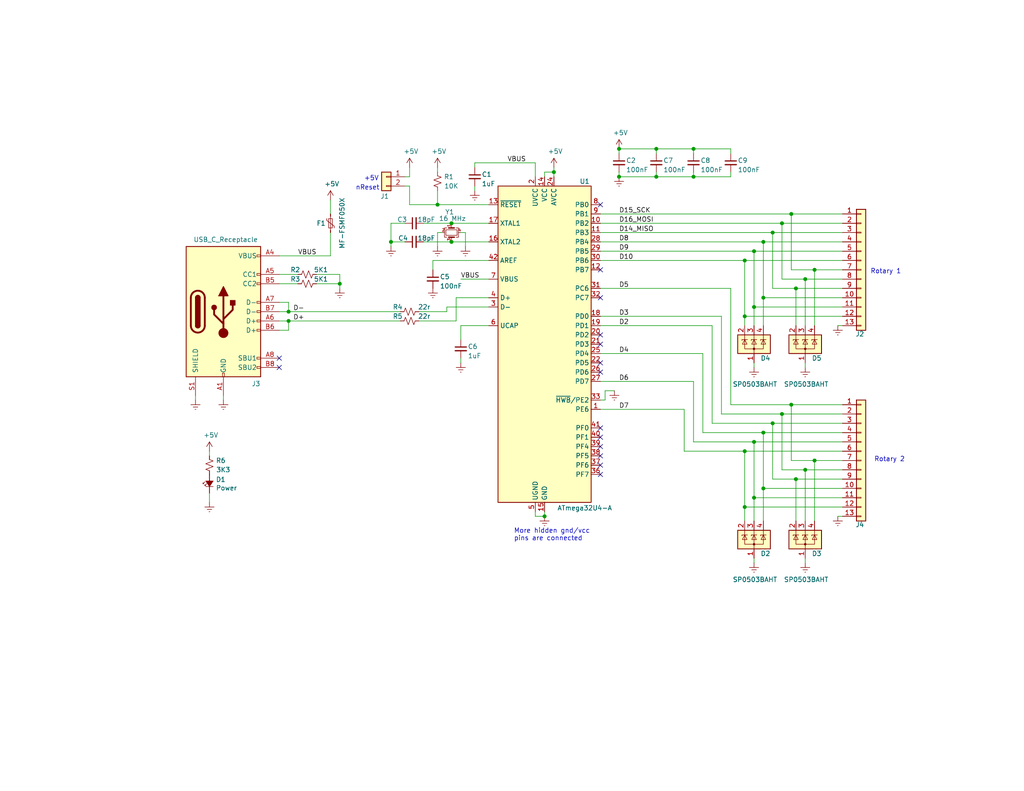
<source format=kicad_sch>
(kicad_sch (version 20231120) (generator "eeschema") (generator_version "8.0")
  (paper "A")
  (title_block (title "LS30 Rotary Joystick USB Interface") (date "2024-12-09") (rev "1") (company "Gadget Reboot") (comment 1 "https://www.youtube.com/gadgetreboot") (comment 2 "https://github.com/GadgetReboot/Rotary_USB"))
  (lib_symbols
    (symbol "Connector_Generic:Conn_01x02" (pin_names (offset 1.016) hide)
      (property "Reference" "J" (at 0 2.54 0))
      (property "Value" "Conn_01x02" (at 0 -5.08 0))
      (symbol "Conn_01x02_1_1"
        (rectangle (start -1.27 -2.413) (end 0 -2.667) (stroke (width 0.1524)))
        (rectangle (start -1.27 0.127) (end 0 -0.127) (stroke (width 0.1524)))
        (rectangle (start -1.27 1.27) (end 1.27 -3.81) (stroke (width 0.254)) (fill (type background)))
        (pin passive line (at -5.08 0 0) (length 3.81) (name "Pin_1") (number "1"))
        (pin passive line (at -5.08 -2.54 0) (length 3.81) (name "Pin_2") (number "2"))
      )
    )
    (symbol "Connector_Generic:Conn_01x13" (pin_names (offset 1.016) hide)
      (property "Reference" "J" (at 0 17.78 0))
      (property "Value" "Conn_01x13" (at 0 -17.78 0))
      (symbol "Conn_01x13_1_1"
        (rectangle (start -1.27 -15.113) (end 0 -15.367) (stroke (width 0.1524)))
        (rectangle (start -1.27 -12.573) (end 0 -12.827) (stroke (width 0.1524)))
        (rectangle (start -1.27 -10.033) (end 0 -10.287) (stroke (width 0.1524)))
        (rectangle (start -1.27 -7.493) (end 0 -7.747) (stroke (width 0.1524)))
        (rectangle (start -1.27 -4.953) (end 0 -5.207) (stroke (width 0.1524)))
        (rectangle (start -1.27 -2.413) (end 0 -2.667) (stroke (width 0.1524)))
        (rectangle (start -1.27 0.127) (end 0 -0.127) (stroke (width 0.1524)))
        (rectangle (start -1.27 2.667) (end 0 2.413) (stroke (width 0.1524)))
        (rectangle (start -1.27 5.207) (end 0 4.953) (stroke (width 0.1524)))
        (rectangle (start -1.27 7.747) (end 0 7.493) (stroke (width 0.1524)))
        (rectangle (start -1.27 10.287) (end 0 10.033) (stroke (width 0.1524)))
        (rectangle (start -1.27 12.827) (end 0 12.573) (stroke (width 0.1524)))
        (rectangle (start -1.27 15.367) (end 0 15.113) (stroke (width 0.1524)))
        (rectangle (start -1.27 16.51) (end 1.27 -16.51) (stroke (width 0.254)) (fill (type background)))
        (pin passive line (at -5.08 15.24 0) (length 3.81) (name "Pin_1") (number "1"))
        (pin passive line (at -5.08 -7.62 0) (length 3.81) (name "Pin_10") (number "10"))
        (pin passive line (at -5.08 -10.16 0) (length 3.81) (name "Pin_11") (number "11"))
        (pin passive line (at -5.08 -12.7 0) (length 3.81) (name "Pin_12") (number "12"))
        (pin passive line (at -5.08 -15.24 0) (length 3.81) (name "Pin_13") (number "13"))
        (pin passive line (at -5.08 12.7 0) (length 3.81) (name "Pin_2") (number "2"))
        (pin passive line (at -5.08 10.16 0) (length 3.81) (name "Pin_3") (number "3"))
        (pin passive line (at -5.08 7.62 0) (length 3.81) (name "Pin_4") (number "4"))
        (pin passive line (at -5.08 5.08 0) (length 3.81) (name "Pin_5") (number "5"))
        (pin passive line (at -5.08 2.54 0) (length 3.81) (name "Pin_6") (number "6"))
        (pin passive line (at -5.08 0 0) (length 3.81) (name "Pin_7") (number "7"))
        (pin passive line (at -5.08 -2.54 0) (length 3.81) (name "Pin_8") (number "8"))
        (pin passive line (at -5.08 -5.08 0) (length 3.81) (name "Pin_9") (number "9"))
      )
    )
    (symbol "Device:C_Small" (pin_numbers hide) (pin_names (offset 0.254) hide)
      (property "Reference" "C" (at 0.254 1.778 0))
      (property "Value" "C_Small" (at 0.254 -2.032 0))
      (symbol "C_Small_0_1"
        (polyline (pts (xy -1.524 -0.508) (xy 1.524 -0.508)) (stroke (width 0.3302)))
        (polyline (pts (xy -1.524 0.508) (xy 1.524 0.508)) (stroke (width 0.3048)))
      )
      (symbol "C_Small_1_1"
        (pin passive line (at 0 2.54 270) (length 2.032) (name "~") (number "1"))
        (pin passive line (at 0 -2.54 90) (length 2.032) (name "~") (number "2"))
      )
    )
    (symbol "Device:Crystal_GND24_Small" (pin_names (offset 1.016) hide)
      (property "Reference" "Y" (at 1.27 4.445 0))
      (property "Value" "Crystal_GND24_Small" (at 1.27 2.54 0))
      (symbol "Crystal_GND24_Small_0_1"
        (rectangle (start -0.762 -1.524) (end 0.762 1.524))
        (polyline (pts (xy -1.27 -0.762) (xy -1.27 0.762)) (stroke (width 0.381)))
        (polyline (pts (xy 1.27 -0.762) (xy 1.27 0.762)) (stroke (width 0.381)))
        (polyline (pts (xy -1.27 -1.27) (xy -1.27 -1.905) (xy 1.27 -1.905) (xy 1.27 -1.27)))
        (polyline (pts (xy -1.27 1.27) (xy -1.27 1.905) (xy 1.27 1.905) (xy 1.27 1.27)))
      )
      (symbol "Crystal_GND24_Small_1_1"
        (pin passive line (at -2.54 0 0) (length 1.27) (name "1") (number "1"))
        (pin passive line (at 0 -2.54 90) (length 0.635) (name "2") (number "2"))
        (pin passive line (at 2.54 0 180) (length 1.27) (name "3") (number "3"))
        (pin passive line (at 0 2.54 270) (length 0.635) (name "4") (number "4"))
      )
    )
    (symbol "Device:Polyfuse_Small" (pin_numbers hide) (pin_names (offset 0))
      (property "Reference" "F" (at -1.905 0 90))
      (property "Value" "Polyfuse_Small" (at 1.905 0 90))
      (symbol "Polyfuse_Small_0_1"
        (rectangle (start -0.508 1.27) (end 0.508 -1.27))
        (polyline (pts (xy 0 2.54) (xy 0 -2.54)))
        (polyline (pts (xy -1.016 1.27) (xy -1.016 0.762) (xy 1.016 -0.762) (xy 1.016 -1.27)))
      )
      (symbol "Polyfuse_Small_1_1"
        (pin passive line (at 0 2.54 270) (length 0.635) (name "~") (number "1"))
        (pin passive line (at 0 -2.54 90) (length 0.635) (name "~") (number "2"))
      )
    )
    (symbol "Device:R_Small_US" (pin_numbers hide) (pin_names (offset 0.254) hide)
      (property "Reference" "R" (at 0.762 0.508 0))
      (property "Value" "R_Small_US" (at 0.762 -1.016 0))
      (symbol "R_Small_US_1_1"
        (polyline (pts (xy 0 0) (xy 1.016 -0.381) (xy 0 -0.762) (xy -1.016 -1.143) (xy 0 -1.524)))
        (polyline (pts (xy 0 1.524) (xy 1.016 1.143) (xy 0 0.762) (xy -1.016 0.381) (xy 0 0)))
        (pin passive line (at 0 2.54 270) (length 1.016) (name "~") (number "1"))
        (pin passive line (at 0 -2.54 90) (length 1.016) (name "~") (number "2"))
      )
    )
    (symbol "MCU_Microchip_ATmega:ATmega32U4-A"
      (property "Reference" "U" (at -12.7 44.45 0))
      (property "Value" "ATmega32U4-A" (at 2.54 -44.45 0))
      (symbol "ATmega32U4-A_0_1"
        (rectangle (start -12.7 -43.18) (end 12.7 43.18) (stroke (width 0.254)) (fill (type background)))
      )
      (symbol "ATmega32U4-A_1_1"
        (pin bidirectional line (at 15.24 -17.78 180) (length 2.54) (name "PE6") (number "1"))
        (pin bidirectional line (at 15.24 33.02 180) (length 2.54) (name "PB2") (number "10"))
        (pin bidirectional line (at 15.24 30.48 180) (length 2.54) (name "PB3") (number "11"))
        (pin bidirectional line (at 15.24 20.32 180) (length 2.54) (name "PB7") (number "12"))
        (pin input line (at -15.24 38.1 0) (length 2.54) (name "~{RESET}") (number "13"))
        (pin power_in line (at 0 45.72 270) (length 2.54) (name "VCC") (number "14"))
        (pin power_in line (at 0 -45.72 90) (length 2.54) (name "GND") (number "15"))
        (pin output line (at -15.24 27.94 0) (length 2.54) (name "XTAL2") (number "16"))
        (pin input line (at -15.24 33.02 0) (length 2.54) (name "XTAL1") (number "17"))
        (pin bidirectional line (at 15.24 7.62 180) (length 2.54) (name "PD0") (number "18"))
        (pin bidirectional line (at 15.24 5.08 180) (length 2.54) (name "PD1") (number "19"))
        (pin power_in line (at -2.54 45.72 270) (length 2.54) (name "UVCC") (number "2"))
        (pin bidirectional line (at 15.24 2.54 180) (length 2.54) (name "PD2") (number "20"))
        (pin bidirectional line (at 15.24 0 180) (length 2.54) (name "PD3") (number "21"))
        (pin bidirectional line (at 15.24 -5.08 180) (length 2.54) (name "PD5") (number "22"))
        (pin passive line (at 0 -45.72 90) (length 2.54) hide (name "GND") (number "23"))
        (pin power_in line (at 2.54 45.72 270) (length 2.54) (name "AVCC") (number "24"))
        (pin bidirectional line (at 15.24 -2.54 180) (length 2.54) (name "PD4") (number "25"))
        (pin bidirectional line (at 15.24 -7.62 180) (length 2.54) (name "PD6") (number "26"))
        (pin bidirectional line (at 15.24 -10.16 180) (length 2.54) (name "PD7") (number "27"))
        (pin bidirectional line (at 15.24 27.94 180) (length 2.54) (name "PB4") (number "28"))
        (pin bidirectional line (at 15.24 25.4 180) (length 2.54) (name "PB5") (number "29"))
        (pin bidirectional line (at -15.24 10.16 0) (length 2.54) (name "D-") (number "3"))
        (pin bidirectional line (at 15.24 22.86 180) (length 2.54) (name "PB6") (number "30"))
        (pin bidirectional line (at 15.24 15.24 180) (length 2.54) (name "PC6") (number "31"))
        (pin bidirectional line (at 15.24 12.7 180) (length 2.54) (name "PC7") (number "32"))
        (pin bidirectional line (at 15.24 -15.24 180) (length 2.54) (name "~{HWB}/PE2") (number "33"))
        (pin passive line (at 0 45.72 270) (length 2.54) hide (name "VCC") (number "34"))
        (pin passive line (at 0 -45.72 90) (length 2.54) hide (name "GND") (number "35"))
        (pin bidirectional line (at 15.24 -35.56 180) (length 2.54) (name "PF7") (number "36"))
        (pin bidirectional line (at 15.24 -33.02 180) (length 2.54) (name "PF6") (number "37"))
        (pin bidirectional line (at 15.24 -30.48 180) (length 2.54) (name "PF5") (number "38"))
        (pin bidirectional line (at 15.24 -27.94 180) (length 2.54) (name "PF4") (number "39"))
        (pin bidirectional line (at -15.24 12.7 0) (length 2.54) (name "D+") (number "4"))
        (pin bidirectional line (at 15.24 -25.4 180) (length 2.54) (name "PF1") (number "40"))
        (pin bidirectional line (at 15.24 -22.86 180) (length 2.54) (name "PF0") (number "41"))
        (pin passive line (at -15.24 22.86 0) (length 2.54) (name "AREF") (number "42"))
        (pin passive line (at 0 -45.72 90) (length 2.54) hide (name "GND") (number "43"))
        (pin passive line (at 2.54 45.72 270) (length 2.54) hide (name "AVCC") (number "44"))
        (pin passive line (at -2.54 -45.72 90) (length 2.54) (name "UGND") (number "5"))
        (pin passive line (at -15.24 5.08 0) (length 2.54) (name "UCAP") (number "6"))
        (pin input line (at -15.24 17.78 0) (length 2.54) (name "VBUS") (number "7"))
        (pin bidirectional line (at 15.24 38.1 180) (length 2.54) (name "PB0") (number "8"))
        (pin bidirectional line (at 15.24 35.56 180) (length 2.54) (name "PB1") (number "9"))
      )
    )
    (symbol "Power_Protection:SP0503BAHT" (pin_names hide)
      (property "Reference" "D" (at 5.715 2.54 0))
      (property "Value" "SP0503BAHT" (at 5.715 0.635 0))
      (symbol "SP0503BAHT_0_0"
        (pin passive line (at 0 -5.08 90) (length 2.54) (name "A") (number "1"))
      )
      (symbol "SP0503BAHT_0_1"
        (rectangle (start -4.445 2.54) (end 4.445 -2.54) (stroke (width 0.254)) (fill (type background)))
        (circle (center 0 -1.27) (radius 0.254) (fill (type outline)))
        (polyline (pts (xy -2.54 2.54) (xy -2.54 1.27)))
        (polyline (pts (xy 0 -1.27) (xy 0 -2.54)))
        (polyline (pts (xy 0 -1.27) (xy 0 1.27)))
        (polyline (pts (xy 0 2.54) (xy 0 1.27)))
        (polyline (pts (xy 0.635 1.27) (xy 0.762 1.27)))
        (polyline (pts (xy 2.54 2.54) (xy 2.54 1.27)))
        (polyline (pts (xy 0.635 1.27) (xy -0.762 1.27) (xy -0.762 1.016)))
        (polyline (pts (xy -3.302 1.016) (xy -3.302 1.27) (xy -1.905 1.27) (xy -1.778 1.27)))
        (polyline (pts (xy -2.54 1.27) (xy -2.54 -1.27) (xy 2.54 -1.27) (xy 2.54 1.27)))
        (polyline (pts (xy -2.54 1.27) (xy -1.905 0) (xy -3.175 0) (xy -2.54 1.27)))
        (polyline (pts (xy 0.635 0) (xy -0.635 0) (xy 0 1.27) (xy 0.635 0)))
        (polyline (pts (xy 1.778 1.016) (xy 1.778 1.27) (xy 3.175 1.27) (xy 3.302 1.27)))
        (polyline (pts (xy 2.54 1.27) (xy 1.905 0) (xy 3.175 0) (xy 2.54 1.27)))
      )
      (symbol "SP0503BAHT_1_1"
        (pin passive line (at -2.54 5.08 270) (length 2.54) (name "K") (number "2"))
        (pin passive line (at 0 5.08 270) (length 2.54) (name "K") (number "3"))
        (pin passive line (at 2.54 5.08 270) (length 2.54) (name "K") (number "4"))
      )
    )
    (symbol "Serial_UPDI-rescue:+5V-power" (power) (pin_names (offset 0))
      (property "Value" "power_+5V" (at 0 3.556 0))
      (symbol "+5V-power_0_1"
        (polyline (pts (xy -0.762 1.27) (xy 0 2.54)))
        (polyline (pts (xy 0 0) (xy 0 2.54)))
        (polyline (pts (xy 0 2.54) (xy 0.762 1.27)))
      )
      (symbol "+5V-power_1_1"
        (pin power_in line (at 0 0 90) (length 0) hide (name "+5V") (number "1"))
      )
    )
    (symbol "Serial_UPDI-rescue:GNDREF-power" (power) (pin_names (offset 0))
      (property "Value" "power_GNDREF" (at 0 -3.81 0))
      (symbol "GNDREF-power_0_1"
        (polyline (pts (xy -0.635 -1.905) (xy 0.635 -1.905)))
        (polyline (pts (xy -0.127 -2.54) (xy 0.127 -2.54)))
        (polyline (pts (xy 0 -1.27) (xy 0 0)))
        (polyline (pts (xy 1.27 -1.27) (xy -1.27 -1.27)))
      )
      (symbol "GNDREF-power_1_1"
        (pin power_in line (at 0 0 270) (length 0) hide (name "GNDREF") (number "1"))
      )
    )
    (symbol "Serial_UPDI-rescue:LED_Small_ALT-Device" (pin_numbers hide) (pin_names (offset 0.254) hide)
      (property "Reference" "D" (at -1.27 3.175 0))
      (property "Value" "Device_LED_Small_ALT" (at -4.445 -2.54 0))
      (symbol "LED_Small_ALT-Device_0_1"
        (polyline (pts (xy -0.762 -1.016) (xy -0.762 1.016)))
        (polyline (pts (xy 1.016 0) (xy -0.762 0)))
        (polyline (pts (xy 0.762 -1.016) (xy -0.762 0) (xy 0.762 1.016) (xy 0.762 -1.016)) (fill (type outline)))
        (polyline (pts (xy 0 0.762) (xy -0.508 1.27) (xy -0.254 1.27) (xy -0.508 1.27) (xy -0.508 1.016)))
        (polyline (pts (xy 0.508 1.27) (xy 0 1.778) (xy 0.254 1.778) (xy 0 1.778) (xy 0 1.524)))
      )
      (symbol "LED_Small_ALT-Device_1_1"
        (pin passive line (at -2.54 0 0) (length 1.778) (name "K") (number "1"))
        (pin passive line (at 2.54 0 180) (length 1.778) (name "A") (number "2"))
      )
    )
    (symbol "Serial_UPDI-rescue:USB_C_Receptacle_USB2.0-Connector" (pin_names (offset 1.016))
      (property "Reference" "J" (at -10.16 19.05 0))
      (property "Value" "Connector_USB_C_Receptacle_USB2.0" (at 19.05 19.05 0))
      (symbol "USB_C_Receptacle_USB2.0-Connector_0_0"
        (rectangle (start -0.254 -17.78) (end 0.254 -16.764))
        (rectangle (start 10.16 -14.986) (end 9.144 -15.494))
        (rectangle (start 10.16 -12.446) (end 9.144 -12.954))
        (rectangle (start 10.16 -4.826) (end 9.144 -5.334))
        (rectangle (start 10.16 -2.286) (end 9.144 -2.794))
        (rectangle (start 10.16 0.254) (end 9.144 -0.254))
        (rectangle (start 10.16 2.794) (end 9.144 2.286))
        (rectangle (start 10.16 7.874) (end 9.144 7.366))
        (rectangle (start 10.16 10.414) (end 9.144 9.906))
        (rectangle (start 10.16 15.494) (end 9.144 14.986))
      )
      (symbol "USB_C_Receptacle_USB2.0-Connector_0_1"
        (rectangle (start -10.16 17.78) (end 10.16 -17.78) (stroke (width 0.254)) (fill (type background)))
        (arc (start -8.89 -3.81) (mid -6.985 -5.715) (end -5.08 -3.81) (stroke (width 0.508)))
        (arc (start -7.62 -3.81) (mid -6.985 -4.445) (end -6.35 -3.81) (stroke (width 0.254)))
        (arc (start -7.62 -3.81) (mid -6.985 -4.445) (end -6.35 -3.81) (stroke (width 0.254)) (fill (type outline)))
        (rectangle (start -7.62 -3.81) (end -6.35 3.81) (stroke (width 0.254)) (fill (type outline)))
        (arc (start -6.35 3.81) (mid -6.985 4.445) (end -7.62 3.81) (stroke (width 0.254)))
        (arc (start -6.35 3.81) (mid -6.985 4.445) (end -7.62 3.81) (stroke (width 0.254)) (fill (type outline)))
        (arc (start -5.08 3.81) (mid -6.985 5.715) (end -8.89 3.81) (stroke (width 0.508)))
        (circle (center -2.54 1.143) (radius 0.635) (stroke (width 0.254)) (fill (type outline)))
        (circle (center 0 -5.842) (radius 1.27) (fill (type outline)))
        (polyline (pts (xy -8.89 -3.81) (xy -8.89 3.81)) (stroke (width 0.508)))
        (polyline (pts (xy -5.08 3.81) (xy -5.08 -3.81)) (stroke (width 0.508)))
        (polyline (pts (xy 0 -5.842) (xy 0 4.318)) (stroke (width 0.508)))
        (polyline (pts (xy 0 -3.302) (xy -2.54 -0.762) (xy -2.54 0.508)) (stroke (width 0.508)))
        (polyline (pts (xy 0 -2.032) (xy 2.54 0.508) (xy 2.54 1.778)) (stroke (width 0.508)))
        (polyline (pts (xy -1.27 4.318) (xy 0 6.858) (xy 1.27 4.318) (xy -1.27 4.318)) (stroke (width 0.254)) (fill (type outline)))
        (rectangle (start 1.905 1.778) (end 3.175 3.048) (stroke (width 0.254)) (fill (type outline)))
      )
      (symbol "USB_C_Receptacle_USB2.0-Connector_1_1"
        (pin power_in line (at 0 -22.86 90) (length 5.08) (name "GND") (number "A1"))
        (pin passive line (at 0 -22.86 90) (length 5.08) hide (name "GND") (number "A12"))
        (pin power_in line (at 15.24 15.24 180) (length 5.08) (name "VBUS") (number "A4"))
        (pin bidirectional line (at 15.24 10.16 180) (length 5.08) (name "CC1") (number "A5"))
        (pin bidirectional line (at 15.24 -2.54 180) (length 5.08) (name "D+") (number "A6"))
        (pin bidirectional line (at 15.24 2.54 180) (length 5.08) (name "D-") (number "A7"))
        (pin bidirectional line (at 15.24 -12.7 180) (length 5.08) (name "SBU1") (number "A8"))
        (pin passive line (at 15.24 15.24 180) (length 5.08) hide (name "VBUS") (number "A9"))
        (pin passive line (at 0 -22.86 90) (length 5.08) hide (name "GND") (number "B1"))
        (pin passive line (at 0 -22.86 90) (length 5.08) hide (name "GND") (number "B12"))
        (pin passive line (at 15.24 15.24 180) (length 5.08) hide (name "VBUS") (number "B4"))
        (pin bidirectional line (at 15.24 7.62 180) (length 5.08) (name "CC2") (number "B5"))
        (pin bidirectional line (at 15.24 -5.08 180) (length 5.08) (name "D+") (number "B6"))
        (pin bidirectional line (at 15.24 0 180) (length 5.08) (name "D-") (number "B7"))
        (pin bidirectional line (at 15.24 -15.24 180) (length 5.08) (name "SBU2") (number "B8"))
        (pin passive line (at 15.24 15.24 180) (length 5.08) hide (name "VBUS") (number "B9"))
        (pin passive line (at -7.62 -22.86 90) (length 5.08) (name "SHIELD") (number "S1"))
      )
    )
  )
  (junction (at 213.36 60.96))
  (junction (at 119.38 55.88))
  (junction (at 151.13 46.99))
  (junction (at 222.25 73.66))
  (junction (at 215.9 110.49))
  (junction (at 210.82 63.5))
  (junction (at 208.28 118.11))
  (junction (at 179.07 48.26))
  (junction (at 179.07 40.64))
  (junction (at 219.71 128.27))
  (junction (at 210.82 115.57))
  (junction (at 203.2 71.12))
  (junction (at 189.23 40.64))
  (junction (at 78.74 87.63))
  (junction (at 168.91 40.64))
  (junction (at 213.36 113.03))
  (junction (at 123.19 60.96))
  (junction (at 215.9 58.42))
  (junction (at 217.17 78.74))
  (junction (at 217.17 130.81))
  (junction (at 106.68 66.04))
  (junction (at 189.23 48.26))
  (junction (at 78.74 85.09))
  (junction (at 205.74 68.58))
  (junction (at 203.2 138.43))
  (junction (at 208.28 133.35))
  (junction (at 205.74 135.89))
  (junction (at 92.71 77.47))
  (junction (at 148.59 140.97))
  (junction (at 123.19 66.04))
  (junction (at 219.71 76.2))
  (junction (at 205.74 120.65))
  (junction (at 208.28 81.28))
  (junction (at 203.2 86.36))
  (junction (at 168.91 48.26))
  (junction (at 222.25 125.73))
  (junction (at 205.74 83.82))
  (junction (at 203.2 123.19))
  (junction (at 208.28 66.04))
  (no_connect (at 163.83 119.38))
  (no_connect (at 163.83 91.44))
  (no_connect (at 163.83 93.98))
  (no_connect (at 163.83 81.28))
  (no_connect (at 163.83 55.88))
  (no_connect (at 76.2 100.33))
  (no_connect (at 76.2 97.79))
  (no_connect (at 163.83 99.06))
  (no_connect (at 163.83 129.54))
  (no_connect (at 163.83 116.84))
  (no_connect (at 163.83 121.92))
  (no_connect (at 163.83 127))
  (no_connect (at 163.83 101.6))
  (no_connect (at 163.83 73.66))
  (no_connect (at 163.83 124.46))
  (wire (pts (xy 76.2 90.17) (xy 78.74 90.17)))
  (wire (pts (xy 124.46 81.28) (xy 124.46 87.63)))
  (wire (pts (xy 125.73 63.5) (xy 127 63.5)))
  (wire (pts (xy 60.96 109.22) (xy 60.96 107.95)))
  (wire (pts (xy 229.87 83.82) (xy 205.74 83.82)))
  (wire (pts (xy 119.38 55.88) (xy 119.38 52.07)))
  (wire (pts (xy 213.36 128.27) (xy 213.36 113.03)))
  (wire (pts (xy 53.34 109.22) (xy 53.34 107.95)))
  (wire (pts (xy 118.11 71.12) (xy 118.11 73.66)))
  (wire (pts (xy 76.2 69.85) (xy 90.17 69.85)))
  (wire (pts (xy 78.74 82.55) (xy 76.2 82.55)))
  (wire (pts (xy 78.74 87.63) (xy 76.2 87.63)))
  (wire (pts (xy 203.2 138.43) (xy 203.2 123.19)))
  (wire (pts (xy 129.54 44.45) (xy 146.05 44.45)))
  (wire (pts (xy 119.38 63.5) (xy 119.38 67.31)))
  (wire (pts (xy 222.25 125.73) (xy 222.25 142.24)))
  (wire (pts (xy 146.05 140.97) (xy 148.59 140.97)))
  (wire (pts (xy 179.07 40.64) (xy 168.91 40.64)))
  (wire (pts (xy 205.74 99.06) (xy 205.74 100.33)))
  (wire (pts (xy 90.17 54.61) (xy 90.17 58.42)))
  (wire (pts (xy 163.83 78.74) (xy 199.39 78.74)))
  (wire (pts (xy 191.77 118.11) (xy 191.77 96.52)))
  (wire (pts (xy 189.23 40.64) (xy 189.23 41.91)))
  (wire (pts (xy 90.17 69.85) (xy 90.17 63.5)))
  (wire (pts (xy 189.23 120.65) (xy 189.23 104.14)))
  (wire (pts (xy 229.87 128.27) (xy 219.71 128.27)))
  (wire (pts (xy 76.2 85.09) (xy 78.74 85.09)))
  (wire (pts (xy 129.54 52.07) (xy 129.54 50.8)))
  (wire (pts (xy 203.2 71.12) (xy 229.87 71.12)))
  (wire (pts (xy 148.59 139.7) (xy 148.59 140.97)))
  (wire (pts (xy 196.85 113.03) (xy 213.36 113.03)))
  (wire (pts (xy 215.9 125.73) (xy 215.9 110.49)))
  (wire (pts (xy 106.68 66.04) (xy 110.49 66.04)))
  (wire (pts (xy 229.87 78.74) (xy 217.17 78.74)))
  (wire (pts (xy 124.46 81.28) (xy 133.35 81.28)))
  (wire (pts (xy 229.87 86.36) (xy 203.2 86.36)))
  (wire (pts (xy 78.74 85.09) (xy 109.22 85.09)))
  (wire (pts (xy 133.35 88.9) (xy 125.73 88.9)))
  (wire (pts (xy 76.2 77.47) (xy 81.28 77.47)))
  (wire (pts (xy 208.28 81.28) (xy 208.28 88.9)))
  (wire (pts (xy 199.39 46.99) (xy 199.39 48.26)))
  (wire (pts (xy 205.74 68.58) (xy 229.87 68.58)))
  (wire (pts (xy 120.65 63.5) (xy 119.38 63.5)))
  (wire (pts (xy 163.83 86.36) (xy 196.85 86.36)))
  (wire (pts (xy 163.83 60.96) (xy 213.36 60.96)))
  (wire (pts (xy 163.83 96.52) (xy 191.77 96.52)))
  (wire (pts (xy 168.91 40.64) (xy 168.91 41.91)))
  (wire (pts (xy 189.23 40.64) (xy 179.07 40.64)))
  (wire (pts (xy 78.74 90.17) (xy 78.74 87.63)))
  (wire (pts (xy 168.91 48.26) (xy 168.91 46.99)))
  (wire (pts (xy 163.83 63.5) (xy 210.82 63.5)))
  (wire (pts (xy 78.74 87.63) (xy 109.22 87.63)))
  (wire (pts (xy 125.73 76.2) (xy 133.35 76.2)))
  (wire (pts (xy 219.71 128.27) (xy 219.71 142.24)))
  (wire (pts (xy 229.87 135.89) (xy 205.74 135.89)))
  (wire (pts (xy 217.17 78.74) (xy 210.82 78.74)))
  (wire (pts (xy 210.82 63.5) (xy 229.87 63.5)))
  (wire (pts (xy 110.49 48.26) (xy 111.76 48.26)))
  (wire (pts (xy 163.83 111.76) (xy 186.69 111.76)))
  (wire (pts (xy 210.82 115.57) (xy 194.31 115.57)))
  (wire (pts (xy 86.36 74.93) (xy 92.71 74.93)))
  (wire (pts (xy 163.83 71.12) (xy 203.2 71.12)))
  (wire (pts (xy 199.39 41.91) (xy 199.39 40.64)))
  (wire (pts (xy 179.07 46.99) (xy 179.07 48.26)))
  (wire (pts (xy 76.2 74.93) (xy 81.28 74.93)))
  (wire (pts (xy 151.13 46.99) (xy 151.13 48.26)))
  (wire (pts (xy 210.82 130.81) (xy 210.82 115.57)))
  (wire (pts (xy 106.68 60.96) (xy 106.68 66.04)))
  (wire (pts (xy 199.39 110.49) (xy 199.39 78.74)))
  (wire (pts (xy 213.36 60.96) (xy 229.87 60.96)))
  (wire (pts (xy 229.87 76.2) (xy 219.71 76.2)))
  (wire (pts (xy 217.17 130.81) (xy 217.17 142.24)))
  (wire (pts (xy 163.83 58.42) (xy 215.9 58.42)))
  (wire (pts (xy 189.23 46.99) (xy 189.23 48.26)))
  (wire (pts (xy 125.73 88.9) (xy 125.73 92.71)))
  (wire (pts (xy 92.71 74.93) (xy 92.71 77.47)))
  (wire (pts (xy 222.25 73.66) (xy 222.25 88.9)))
  (wire (pts (xy 86.36 77.47) (xy 92.71 77.47)))
  (wire (pts (xy 121.92 85.09) (xy 121.92 83.82)))
  (wire (pts (xy 115.57 60.96) (xy 123.19 60.96)))
  (wire (pts (xy 165.1 109.22) (xy 163.83 109.22)))
  (wire (pts (xy 165.1 106.68) (xy 165.1 109.22)))
  (wire (pts (xy 110.49 60.96) (xy 106.68 60.96)))
  (wire (pts (xy 229.87 138.43) (xy 203.2 138.43)))
  (wire (pts (xy 114.3 85.09) (xy 121.92 85.09)))
  (wire (pts (xy 229.87 88.9) (xy 228.6 88.9)))
  (wire (pts (xy 219.71 128.27) (xy 213.36 128.27)))
  (wire (pts (xy 229.87 130.81) (xy 217.17 130.81)))
  (wire (pts (xy 194.31 115.57) (xy 194.31 88.9)))
  (wire (pts (xy 213.36 76.2) (xy 213.36 60.96)))
  (wire (pts (xy 111.76 48.26) (xy 111.76 45.72)))
  (wire (pts (xy 199.39 48.26) (xy 189.23 48.26)))
  (wire (pts (xy 163.83 66.04) (xy 208.28 66.04)))
  (wire (pts (xy 148.59 48.26) (xy 148.59 46.99)))
  (wire (pts (xy 179.07 40.64) (xy 179.07 41.91)))
  (wire (pts (xy 215.9 58.42) (xy 229.87 58.42)))
  (wire (pts (xy 203.2 86.36) (xy 203.2 88.9)))
  (wire (pts (xy 219.71 99.06) (xy 219.71 100.33)))
  (wire (pts (xy 203.2 123.19) (xy 186.69 123.19)))
  (wire (pts (xy 222.25 125.73) (xy 215.9 125.73)))
  (wire (pts (xy 133.35 55.88) (xy 119.38 55.88)))
  (wire (pts (xy 229.87 140.97) (xy 228.6 140.97)))
  (wire (pts (xy 205.74 83.82) (xy 205.74 68.58)))
  (wire (pts (xy 163.83 104.14) (xy 189.23 104.14)))
  (wire (pts (xy 219.71 76.2) (xy 213.36 76.2)))
  (wire (pts (xy 133.35 71.12) (xy 118.11 71.12)))
  (wire (pts (xy 205.74 135.89) (xy 205.74 142.24)))
  (wire (pts (xy 111.76 55.88) (xy 119.38 55.88)))
  (wire (pts (xy 111.76 50.8) (xy 111.76 55.88)))
  (wire (pts (xy 78.74 85.09) (xy 78.74 82.55)))
  (wire (pts (xy 163.83 88.9) (xy 194.31 88.9)))
  (wire (pts (xy 219.71 152.4) (xy 219.71 153.67)))
  (wire (pts (xy 123.19 66.04) (xy 133.35 66.04)))
  (wire (pts (xy 229.87 125.73) (xy 222.25 125.73)))
  (wire (pts (xy 203.2 138.43) (xy 203.2 142.24)))
  (wire (pts (xy 208.28 133.35) (xy 208.28 118.11)))
  (wire (pts (xy 167.64 106.68) (xy 165.1 106.68)))
  (wire (pts (xy 229.87 133.35) (xy 208.28 133.35)))
  (wire (pts (xy 146.05 48.26) (xy 146.05 44.45)))
  (wire (pts (xy 215.9 110.49) (xy 199.39 110.49)))
  (wire (pts (xy 57.15 123.19) (xy 57.15 124.46)))
  (wire (pts (xy 208.28 66.04) (xy 229.87 66.04)))
  (wire (pts (xy 186.69 123.19) (xy 186.69 111.76)))
  (wire (pts (xy 199.39 40.64) (xy 189.23 40.64)))
  (wire (pts (xy 121.92 83.82) (xy 133.35 83.82)))
  (wire (pts (xy 213.36 113.03) (xy 229.87 113.03)))
  (wire (pts (xy 205.74 152.4) (xy 205.74 153.67)))
  (wire (pts (xy 205.74 120.65) (xy 189.23 120.65)))
  (wire (pts (xy 208.28 133.35) (xy 208.28 142.24)))
  (wire (pts (xy 203.2 86.36) (xy 203.2 71.12)))
  (wire (pts (xy 115.57 66.04) (xy 123.19 66.04)))
  (wire (pts (xy 119.38 45.72) (xy 119.38 46.99)))
  (wire (pts (xy 151.13 45.72) (xy 151.13 46.99)))
  (wire (pts (xy 208.28 81.28) (xy 208.28 66.04)))
  (wire (pts (xy 229.87 120.65) (xy 205.74 120.65)))
  (wire (pts (xy 110.49 50.8) (xy 111.76 50.8)))
  (wire (pts (xy 229.87 115.57) (xy 210.82 115.57)))
  (wire (pts (xy 148.59 46.99) (xy 151.13 46.99)))
  (wire (pts (xy 92.71 77.47) (xy 92.71 78.74)))
  (wire (pts (xy 222.25 73.66) (xy 215.9 73.66)))
  (wire (pts (xy 189.23 48.26) (xy 179.07 48.26)))
  (wire (pts (xy 163.83 68.58) (xy 205.74 68.58)))
  (wire (pts (xy 229.87 118.11) (xy 208.28 118.11)))
  (wire (pts (xy 57.15 134.62) (xy 57.15 137.16)))
  (wire (pts (xy 125.73 99.06) (xy 125.73 97.79)))
  (wire (pts (xy 229.87 123.19) (xy 203.2 123.19)))
  (wire (pts (xy 205.74 83.82) (xy 205.74 88.9)))
  (wire (pts (xy 196.85 86.36) (xy 196.85 113.03)))
  (wire (pts (xy 127 63.5) (xy 127 67.31)))
  (wire (pts (xy 129.54 44.45) (xy 129.54 45.72)))
  (wire (pts (xy 146.05 139.7) (xy 146.05 140.97)))
  (wire (pts (xy 205.74 135.89) (xy 205.74 120.65)))
  (wire (pts (xy 229.87 110.49) (xy 215.9 110.49)))
  (wire (pts (xy 208.28 118.11) (xy 191.77 118.11)))
  (wire (pts (xy 215.9 73.66) (xy 215.9 58.42)))
  (wire (pts (xy 229.87 81.28) (xy 208.28 81.28)))
  (wire (pts (xy 106.68 66.04) (xy 106.68 67.31)))
  (wire (pts (xy 124.46 87.63) (xy 114.3 87.63)))
  (wire (pts (xy 210.82 78.74) (xy 210.82 63.5)))
  (wire (pts (xy 229.87 73.66) (xy 222.25 73.66)))
  (wire (pts (xy 219.71 76.2) (xy 219.71 88.9)))
  (wire (pts (xy 217.17 78.74) (xy 217.17 88.9)))
  (wire (pts (xy 179.07 48.26) (xy 168.91 48.26)))
  (wire (pts (xy 217.17 130.81) (xy 210.82 130.81)))
  (wire (pts (xy 123.19 60.96) (xy 133.35 60.96)))
  (text "More hidden gnd/vcc\npins are connected" (at 140.208 147.828 0) (effects (font (size 1.27 1.27)) (justify left bottom)))
  (text "nReset" (at 97.028 52.07 0) (effects (font (size 1.27 1.27)) (justify left bottom)))
  (text "Rotary 1" (at 237.49 74.93 0) (effects (font (size 1.27 1.27)) (justify left bottom)))
  (text "+5V" (at 99.314 49.53 0) (effects (font (size 1.27 1.27)) (justify left bottom)))
  (text "Rotary 2" (at 238.506 126.238 0) (effects (font (size 1.27 1.27)) (justify left bottom)))
  (label "D4" (at 168.91 96.52 0))
  (label "D3" (at 168.91 86.36 0))
  (label "D5" (at 168.91 78.74 0))
  (label "D6" (at 168.91 104.14 0))
  (label "D15_SCK" (at 168.91 58.42 0))
  (label "VBUS" (at 125.73 76.2 0))
  (label "VBUS" (at 138.43 44.45 0))
  (label "D8" (at 168.91 66.04 0))
  (label "D16_MOSI" (at 168.91 60.96 0))
  (label "D-" (at 80.01 85.09 0))
  (label "D+" (at 80.01 87.63 0))
  (label "VBUS" (at 81.28 69.85 0))
  (label "D2" (at 168.91 88.9 0))
  (label "D9" (at 168.91 68.58 0))
  (label "D14_MISO" (at 168.91 63.5 0))
  (label "D7" (at 168.91 111.76 0))
  (label "D10" (at 168.91 71.12 0))
  (symbol (lib_id "Device:Polyfuse_Small") (at 90.17 60.96 180) (unit 1)
    (property "Reference" "F1" (at 86.36 60.96 0) (effects (justify right)))
    (property "Value" "MF-FSMF050X" (at 93.345 67.945 90) (effects (justify right)))
    (property "Footprint" "Resistor_SMD:R_0603_1608Metric_Pad1.05x0.95mm_HandSolder" (effects (hide yes)))
  )
  (symbol (lib_id "Device:R_Small_US") (at 57.15 127 0) (unit 1)
    (property "Reference" "R6" (at 61.595 125.73 0) (effects (justify right)))
    (property "Value" "3K3" (at 62.865 128.27 0) (effects (justify right)))
    (property "Footprint" "Resistor_SMD:R_0805_2012Metric_Pad1.20x1.40mm_HandSolder" (effects (hide yes)))
  )
  (symbol (lib_id "Serial_UPDI-rescue:LED_Small_ALT-Device") (at 57.15 132.08 90) (unit 1)
    (property "Reference" "D1" (at 58.8772 130.9116 90) (effects (justify right)))
    (property "Value" "Power" (at 58.8772 133.223 90) (effects (justify right)))
    (property "Footprint" "LED_SMD:LED_0805_2012Metric_Pad1.15x1.40mm_HandSolder" (effects (hide yes)))
  )
  (symbol (lib_id "Serial_UPDI-rescue:GNDREF-power") (at 57.15 137.16 0) (mirror y) (unit 1)
    (property "Reference" "#PWR020" (effects (hide yes)))
    (property "Value" "GNDREF" (effects (hide yes)))
  )
  (symbol (lib_id "Serial_UPDI-rescue:USB_C_Receptacle_USB2.0-Connector") (at 60.96 85.09 0) (unit 1)
    (property "Reference" "J3" (at 69.85 104.775 0))
    (property "Value" "USB_C_Receptacle" (at 61.595 65.405 0))
    (property "Footprint" "Connector_USB:USB_C_Receptacle_XKB_U262-16XN-4BVC11" (effects (hide yes)))
    (property "Datasheet" "https://www.usb.org/sites/default/files/documents/usb_type-c.zip" (effects (hide yes)))
    (property "Part #" "XKB Connectivity U262-161N-4BVC11" (effects (hide yes)))
  )
  (symbol (lib_id "Device:R_Small_US") (at 83.82 77.47 270) (unit 1)
    (property "Reference" "R3" (at 81.915 76.2 90) (effects (justify right)))
    (property "Value" "5K1" (at 89.535 76.2 90) (effects (justify right)))
    (property "Footprint" "Resistor_SMD:R_0805_2012Metric_Pad1.20x1.40mm_HandSolder" (effects (hide yes)))
  )
  (symbol (lib_id "Device:R_Small_US") (at 83.82 74.93 270) (unit 1)
    (property "Reference" "R2" (at 81.915 73.66 90) (effects (justify right)))
    (property "Value" "5K1" (at 89.535 73.66 90) (effects (justify right)))
    (property "Footprint" "Resistor_SMD:R_0805_2012Metric_Pad1.20x1.40mm_HandSolder" (effects (hide yes)))
  )
  (symbol (lib_id "Serial_UPDI-rescue:GNDREF-power") (at 92.71 78.74 0) (mirror y) (unit 1)
    (property "Reference" "#PWR011" (effects (hide yes)))
    (property "Value" "GNDREF" (effects (hide yes)))
  )
  (symbol (lib_id "Serial_UPDI-rescue:GNDREF-power") (at 60.96 109.22 0) (mirror y) (unit 1)
    (property "Reference" "#PWR017" (effects (hide yes)))
    (property "Value" "GNDREF" (effects (hide yes)))
  )
  (symbol (lib_id "Serial_UPDI-rescue:GNDREF-power") (at 53.34 109.22 0) (mirror y) (unit 1)
    (property "Reference" "#PWR016" (effects (hide yes)))
    (property "Value" "GNDREF" (effects (hide yes)))
  )
  (symbol (lib_id "Serial_UPDI-rescue:+5V-power") (at 90.17 54.61 0) (unit 1)
    (property "Reference" "#PWR07" (effects (hide yes)))
    (property "Value" "+5V" (at 90.551 50.2158 0))
  )
  (symbol (lib_id "Serial_UPDI-rescue:+5V-power") (at 57.15 123.19 0) (unit 1)
    (property "Reference" "#PWR018" (effects (hide yes)))
    (property "Value" "+5V" (at 57.531 118.7958 0))
  )
  (symbol (lib_id "Device:R_Small_US") (at 111.76 87.63 270) (unit 1)
    (property "Reference" "R5" (at 109.855 86.36 90) (effects (justify right)))
    (property "Value" "22r" (at 117.475 86.36 90) (effects (justify right)))
    (property "Footprint" "Resistor_SMD:R_0805_2012Metric_Pad1.20x1.40mm_HandSolder" (effects (hide yes)))
  )
  (symbol (lib_id "Power_Protection:SP0503BAHT") (at 205.74 93.98 0) (unit 1)
    (property "Reference" "D4" (at 207.518 97.7899 0) (effects (justify left)))
    (property "Value" "SP0503BAHT" (at 199.898 104.9019 0) (effects (justify left)))
    (property "Footprint" "Package_TO_SOT_SMD:SOT-143" (effects (hide yes)))
    (property "Datasheet" "http://www.littelfuse.com/~/media/files/littelfuse/technical%20resources/documents/data%20sheets/sp05xxba.pdf" (effects (hide yes)))
    (property "Description" "TVS Diode Array, 5.5V Standoff, 3 Channels, SOT-143 package" (effects (hide yes)))
  )
  (symbol (lib_id "Serial_UPDI-rescue:GNDREF-power") (at 228.6 140.97 0) (mirror y) (unit 1)
    (property "Reference" "#PWR019" (effects (hide yes)))
    (property "Value" "GNDREF" (effects (hide yes)))
  )
  (symbol (lib_id "Serial_UPDI-rescue:GNDREF-power") (at 127 67.31 0) (mirror y) (unit 1)
    (property "Reference" "#PWR010" (effects (hide yes)))
    (property "Value" "GNDREF" (effects (hide yes)))
  )
  (symbol (lib_id "Power_Protection:SP0503BAHT") (at 219.71 147.32 0) (unit 1)
    (property "Reference" "D3" (at 221.488 151.1299 0) (effects (justify left)))
    (property "Value" "SP0503BAHT" (at 213.868 158.2419 0) (effects (justify left)))
    (property "Footprint" "Package_TO_SOT_SMD:SOT-143" (effects (hide yes)))
    (property "Datasheet" "http://www.littelfuse.com/~/media/files/littelfuse/technical%20resources/documents/data%20sheets/sp05xxba.pdf" (effects (hide yes)))
    (property "Description" "TVS Diode Array, 5.5V Standoff, 3 Channels, SOT-143 package" (effects (hide yes)))
  )
  (symbol (lib_id "Serial_UPDI-rescue:+5V-power") (at 168.91 40.64 0) (unit 1)
    (property "Reference" "#PWR01" (effects (hide yes)))
    (property "Value" "+5V" (at 169.291 36.2458 0))
  )
  (symbol (lib_id "Device:C_Small") (at 113.03 66.04 90) (unit 1)
    (property "Reference" "C4" (at 109.9883 65.024 90))
    (property "Value" "18pF" (at 116.3383 65.024 90))
    (property "Footprint" "Capacitor_SMD:C_0805_2012Metric" (effects (hide yes)))
    (property "Description" "CC0805FRNPO9BN180" (effects (hide yes)))
  )
  (symbol (lib_id "Serial_UPDI-rescue:GNDREF-power") (at 168.91 48.26 0) (mirror y) (unit 1)
    (property "Reference" "#PWR05" (effects (hide yes)))
    (property "Value" "GNDREF" (effects (hide yes)))
  )
  (symbol (lib_id "Serial_UPDI-rescue:GNDREF-power") (at 125.73 99.06 0) (mirror y) (unit 1)
    (property "Reference" "#PWR014" (effects (hide yes)))
    (property "Value" "GNDREF" (effects (hide yes)))
  )
  (symbol (lib_id "Serial_UPDI-rescue:+5V-power") (at 151.13 45.72 0) (unit 1)
    (property "Reference" "#PWR04" (effects (hide yes)))
    (property "Value" "+5V" (at 151.511 41.3258 0))
  )
  (symbol (lib_id "Device:C_Small") (at 179.07 44.45 0) (unit 1)
    (property "Reference" "C7" (at 180.975 43.815 0) (effects (justify left)))
    (property "Value" "100nF" (at 180.975 46.355 0) (effects (justify left)))
    (property "Footprint" "Capacitor_SMD:C_0805_2012Metric" (effects (hide yes)))
  )
  (symbol (lib_id "MCU_Microchip_ATmega:ATmega32U4-A") (at 148.59 93.98 0) (unit 1)
    (property "Reference" "U1" (at 158.1501 49.53 0) (effects (justify left)))
    (property "Value" "ATmega32U4-A" (at 152.0541 138.684 0) (effects (justify left)))
    (property "Footprint" "Package_QFP:TQFP-44_10x10mm_P0.8mm" (effects (hide yes)))
    (property "Datasheet" "http://ww1.microchip.com/downloads/en/DeviceDoc/Atmel-7766-8-bit-AVR-ATmega16U4-32U4_Datasheet.pdf" (effects (hide yes)))
    (property "Description" "16MHz, 32kB Flash, 2.5kB SRAM, 1kB EEPROM, USB 2.0, TQFP-44" (effects (hide yes)))
  )
  (symbol (lib_id "Serial_UPDI-rescue:GNDREF-power") (at 148.59 140.97 0) (mirror y) (unit 1)
    (property "Reference" "#PWR021" (effects (hide yes)))
    (property "Value" "GNDREF" (effects (hide yes)))
  )
  (symbol (lib_id "Serial_UPDI-rescue:GNDREF-power") (at 106.68 67.31 0) (mirror y) (unit 1)
    (property "Reference" "#PWR08" (effects (hide yes)))
    (property "Value" "GNDREF" (effects (hide yes)))
  )
  (symbol (lib_id "Connector_Generic:Conn_01x13") (at 234.95 73.66 0) (unit 1)
    (property "Reference" "J2" (at 233.426 91.1859 0) (effects (justify left)))
    (property "Value" "Conn_01x13" (effects (hide yes)))
    (property "Footprint" "Connector_PinHeader_2.54mm:PinHeader_1x13_P2.54mm_Vertical" (effects (hide yes)))
    (property "Description" "Generic connector, single row, 01x13, script generated (kicad-library-utils/schlib/autogen/connector/)" (effects (hide yes)))
  )
  (symbol (lib_id "Device:C_Small") (at 129.54 48.26 0) (unit 1)
    (property "Reference" "C1" (at 131.445 47.625 0) (effects (justify left)))
    (property "Value" "1uF" (at 131.445 50.165 0) (effects (justify left)))
    (property "Footprint" "Capacitor_SMD:C_0805_2012Metric" (effects (hide yes)))
  )
  (symbol (lib_id "Device:C_Small") (at 189.23 44.45 0) (unit 1)
    (property "Reference" "C8" (at 191.135 43.815 0) (effects (justify left)))
    (property "Value" "100nF" (at 191.135 46.355 0) (effects (justify left)))
    (property "Footprint" "Capacitor_SMD:C_0805_2012Metric" (effects (hide yes)))
  )
  (symbol (lib_id "Serial_UPDI-rescue:GNDREF-power") (at 219.71 153.67 0) (mirror y) (unit 1)
    (property "Reference" "#PWR023" (effects (hide yes)))
    (property "Value" "GNDREF" (effects (hide yes)))
  )
  (symbol (lib_id "Power_Protection:SP0503BAHT") (at 219.71 93.98 0) (unit 1)
    (property "Reference" "D5" (at 221.488 97.7899 0) (effects (justify left)))
    (property "Value" "SP0503BAHT" (at 213.868 104.9019 0) (effects (justify left)))
    (property "Footprint" "Package_TO_SOT_SMD:SOT-143" (effects (hide yes)))
    (property "Datasheet" "http://www.littelfuse.com/~/media/files/littelfuse/technical%20resources/documents/data%20sheets/sp05xxba.pdf" (effects (hide yes)))
    (property "Description" "TVS Diode Array, 5.5V Standoff, 3 Channels, SOT-143 package" (effects (hide yes)))
  )
  (symbol (lib_id "Device:Crystal_GND24_Small") (at 123.19 63.5 270) (unit 1)
    (property "Reference" "Y1" (at 122.682 57.8798 90))
    (property "Value" "16 MHz" (at 123.444 59.6578 90))
    (property "Footprint" "Crystal:Crystal_SMD_Abracon_ABM3B-4Pin_5.0x3.2mm" (effects (hide yes)))
    (property "Description" "ABM3B-16.000MHZ-B2-T" (effects (hide yes)))
  )
  (symbol (lib_id "Device:C_Small") (at 125.73 95.25 0) (unit 1)
    (property "Reference" "C6" (at 127.635 94.615 0) (effects (justify left)))
    (property "Value" "1uF" (at 127.635 97.155 0) (effects (justify left)))
    (property "Footprint" "Capacitor_SMD:C_0805_2012Metric" (effects (hide yes)))
  )
  (symbol (lib_id "Serial_UPDI-rescue:GNDREF-power") (at 129.54 52.07 0) (mirror y) (unit 1)
    (property "Reference" "#PWR06" (effects (hide yes)))
    (property "Value" "GNDREF" (effects (hide yes)))
  )
  (symbol (lib_id "Device:R_Small_US") (at 111.76 85.09 270) (unit 1)
    (property "Reference" "R4" (at 109.855 83.82 90) (effects (justify right)))
    (property "Value" "22r" (at 117.475 83.82 90) (effects (justify right)))
    (property "Footprint" "Resistor_SMD:R_0805_2012Metric_Pad1.20x1.40mm_HandSolder" (effects (hide yes)))
  )
  (symbol (lib_id "Serial_UPDI-rescue:GNDREF-power") (at 205.74 153.67 0) (mirror y) (unit 1)
    (property "Reference" "#PWR022" (effects (hide yes)))
    (property "Value" "GNDREF" (effects (hide yes)))
  )
  (symbol (lib_id "Serial_UPDI-rescue:+5V-power") (at 111.76 45.72 0) (unit 1)
    (property "Reference" "#PWR02" (effects (hide yes)))
    (property "Value" "+5V" (at 112.141 41.3258 0))
  )
  (symbol (lib_id "Power_Protection:SP0503BAHT") (at 205.74 147.32 0) (unit 1)
    (property "Reference" "D2" (at 207.518 151.1299 0) (effects (justify left)))
    (property "Value" "SP0503BAHT" (at 199.898 158.2419 0) (effects (justify left)))
    (property "Footprint" "Package_TO_SOT_SMD:SOT-143" (effects (hide yes)))
    (property "Datasheet" "http://www.littelfuse.com/~/media/files/littelfuse/technical%20resources/documents/data%20sheets/sp05xxba.pdf" (effects (hide yes)))
    (property "Description" "TVS Diode Array, 5.5V Standoff, 3 Channels, SOT-143 package" (effects (hide yes)))
  )
  (symbol (lib_id "Connector_Generic:Conn_01x13") (at 234.95 125.73 0) (unit 1)
    (property "Reference" "J4" (at 233.426 143.2559 0) (effects (justify left)))
    (property "Value" "Conn_01x13" (effects (hide yes)))
    (property "Footprint" "Connector_PinHeader_2.54mm:PinHeader_1x13_P2.54mm_Vertical" (effects (hide yes)))
    (property "Description" "Generic connector, single row, 01x13, script generated (kicad-library-utils/schlib/autogen/connector/)" (effects (hide yes)))
  )
  (symbol (lib_id "Serial_UPDI-rescue:GNDREF-power") (at 167.64 106.68 0) (mirror y) (unit 1)
    (property "Reference" "#PWR015" (effects (hide yes)))
    (property "Value" "GNDREF" (effects (hide yes)))
  )
  (symbol (lib_id "Device:C_Small") (at 118.11 76.2 0) (unit 1)
    (property "Reference" "C5" (at 120.015 75.565 0) (effects (justify left)))
    (property "Value" "100nF" (at 120.015 78.105 0) (effects (justify left)))
    (property "Footprint" "Capacitor_SMD:C_0805_2012Metric" (effects (hide yes)))
  )
  (symbol (lib_id "Serial_UPDI-rescue:GNDREF-power") (at 228.6 88.9 0) (mirror y) (unit 1)
    (property "Reference" "#PWR013" (effects (hide yes)))
    (property "Value" "GNDREF" (effects (hide yes)))
  )
  (symbol (lib_id "Device:C_Small") (at 199.39 44.45 0) (unit 1)
    (property "Reference" "C9" (at 201.295 43.815 0) (effects (justify left)))
    (property "Value" "100nF" (at 201.295 46.355 0) (effects (justify left)))
    (property "Footprint" "Capacitor_SMD:C_0805_2012Metric" (effects (hide yes)))
  )
  (symbol (lib_id "Device:C_Small") (at 113.03 60.96 90) (unit 1)
    (property "Reference" "C3" (at 109.7343 59.944 90))
    (property "Value" "18pF" (at 116.3383 59.944 90))
    (property "Footprint" "Capacitor_SMD:C_0805_2012Metric" (effects (hide yes)))
    (property "Description" "CC0805FRNPO9BN180" (effects (hide yes)))
  )
  (symbol (lib_id "Device:C_Small") (at 168.91 44.45 0) (unit 1)
    (property "Reference" "C2" (at 170.815 43.815 0) (effects (justify left)))
    (property "Value" "100nF" (at 170.815 46.355 0) (effects (justify left)))
    (property "Footprint" "Capacitor_SMD:C_0805_2012Metric" (effects (hide yes)))
  )
  (symbol (lib_id "Serial_UPDI-rescue:GNDREF-power") (at 119.38 67.31 0) (mirror y) (unit 1)
    (property "Reference" "#PWR09" (effects (hide yes)))
    (property "Value" "GNDREF" (effects (hide yes)))
  )
  (symbol (lib_id "Serial_UPDI-rescue:GNDREF-power") (at 205.74 100.33 0) (mirror y) (unit 1)
    (property "Reference" "#PWR024" (effects (hide yes)))
    (property "Value" "GNDREF" (effects (hide yes)))
  )
  (symbol (lib_id "Device:R_Small_US") (at 119.38 49.53 0) (unit 1)
    (property "Reference" "R1" (at 123.825 48.26 0) (effects (justify right)))
    (property "Value" "10K" (at 125.095 50.8 0) (effects (justify right)))
    (property "Footprint" "Resistor_SMD:R_0805_2012Metric_Pad1.20x1.40mm_HandSolder" (effects (hide yes)))
  )
  (symbol (lib_id "Connector_Generic:Conn_01x02") (at 105.41 48.26 0) (mirror y) (unit 1)
    (property "Reference" "J1" (at 106.172 53.5939 0) (effects (justify left)))
    (property "Value" "Conn_01x02" (effects (hide yes)))
    (property "Footprint" "Connector_PinHeader_2.54mm:PinHeader_1x02_P2.54mm_Vertical" (effects (hide yes)))
    (property "Description" "Generic connector, single row, 01x02, script generated (kicad-library-utils/schlib/autogen/connector/)" (effects (hide yes)))
  )
  (symbol (lib_id "Serial_UPDI-rescue:GNDREF-power") (at 219.71 100.33 0) (mirror y) (unit 1)
    (property "Reference" "#PWR025" (effects (hide yes)))
    (property "Value" "GNDREF" (effects (hide yes)))
  )
  (symbol (lib_id "Serial_UPDI-rescue:GNDREF-power") (at 118.11 78.74 0) (mirror y) (unit 1)
    (property "Reference" "#PWR012" (effects (hide yes)))
    (property "Value" "GNDREF" (effects (hide yes)))
  )
  (symbol (lib_id "Serial_UPDI-rescue:+5V-power") (at 119.38 45.72 0) (unit 1)
    (property "Reference" "#PWR03" (effects (hide yes)))
    (property "Value" "+5V" (at 119.761 41.3258 0))
  )
)
</source>
